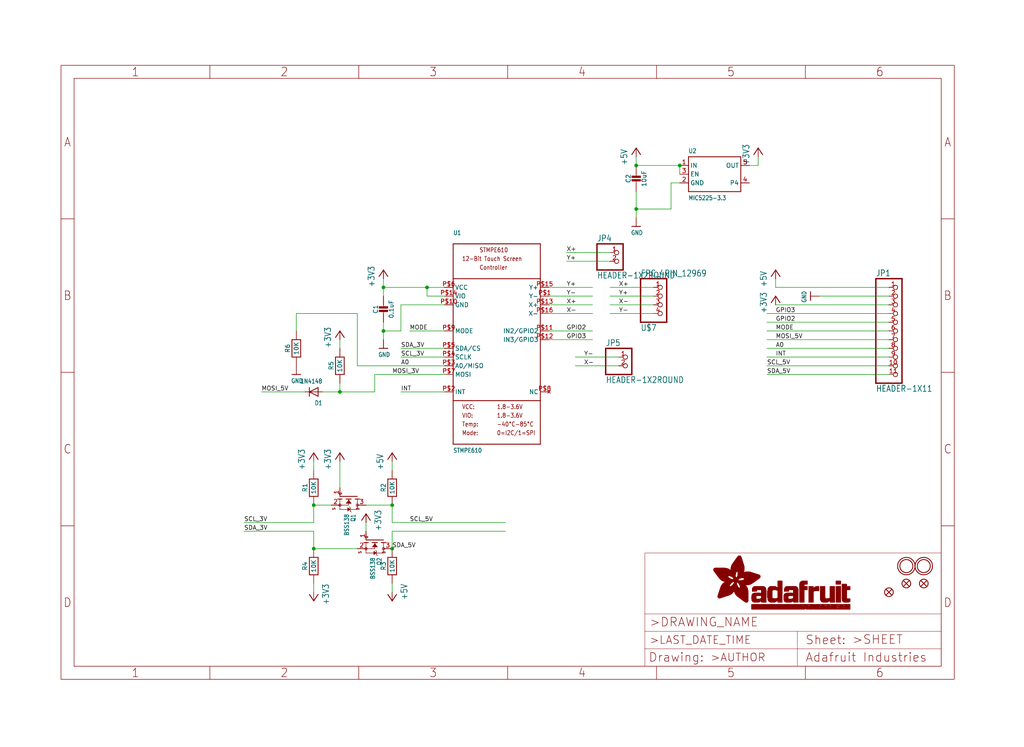
<source format=kicad_sch>
(kicad_sch (version 20211123) (generator eeschema)
  (paper "User" 298.45 217.881)
  (lib_symbols
    (symbol "schematicEagle-eagle-import:+3V3" (power)
      (property "Value" "+3V3" (at -2.54 -5.08 90))
      (symbol "+3V3_1_0"
        (pin power_in line (at 0 -2.54 90) (length 2.54) (name "+3V3") (number "1"))
      )
    )
    (symbol "schematicEagle-eagle-import:+5V" (power)
      (property "Value" "+5V" (at -2.54 -5.08 90))
      (symbol "+5V_1_0"
        (pin power_in line (at 0 -2.54 90) (length 2.54) (name "+5V") (number "1"))
      )
    )
    (symbol "schematicEagle-eagle-import:CAP_CERAMIC0805-NOOUTLINE"
      (property "Reference" "C" (at -2.29 1.25 90))
      (property "Value" "CAP_CERAMIC0805-NOOUTLINE" (at 2.3 1.25 90))
      (symbol "CAP_CERAMIC0805-NOOUTLINE_1_0"
        (pin passive line (at 0 5.08 270) (length 2.54) (name "1") (number "1"))
        (pin passive line (at 0 -2.54 90) (length 2.54) (name "2") (number "2"))
      )
    )
    (symbol "schematicEagle-eagle-import:DIODESOD-323F"
      (property "Reference" "D" (at -2.54 2.54 0))
      (property "Value" "DIODESOD-323F" (at -2.54 -3.81 0))
      (symbol "DIODESOD-323F_1_0"
        (pin passive line (at -2.54 0 0) (length 2.54) (name "A") (number "A"))
        (pin passive line (at 2.54 0 180) (length 2.54) (name "C") (number "C"))
      )
    )
    (symbol "schematicEagle-eagle-import:FIDUCIAL{dblquote}{dblquote}")
    (symbol "schematicEagle-eagle-import:FPC_4PIN_12969"
      (property "Value" "FPC_4PIN_12969" (at -6.35 -7.62 0))
      (symbol "FPC_4PIN_12969_1_0"
        (pin passive inverted (at -2.54 -2.54 0) (length 2.54) (name "4") (number "1"))
        (pin passive inverted (at -2.54 0 0) (length 2.54) (name "3") (number "2"))
        (pin passive inverted (at -2.54 2.54 0) (length 2.54) (name "2") (number "3"))
        (pin passive inverted (at -2.54 5.08 0) (length 2.54) (name "1") (number "4"))
      )
    )
    (symbol "schematicEagle-eagle-import:FRAME_A4_ADAFRUIT"
      (symbol "FRAME_A4_ADAFRUIT_0_0"
        (text "1" (at 21.6958 1.905 0) (effects (font (size 2.54 2.286))))
        (text "1" (at 21.6958 177.165 0) (effects (font (size 2.54 2.286))))
        (text "2" (at 65.0875 1.905 0) (effects (font (size 2.54 2.286))))
        (text "2" (at 65.0875 177.165 0) (effects (font (size 2.54 2.286))))
        (text "3" (at 108.4792 1.905 0) (effects (font (size 2.54 2.286))))
        (text "3" (at 108.4792 177.165 0) (effects (font (size 2.54 2.286))))
        (text "4" (at 151.8708 1.905 0) (effects (font (size 2.54 2.286))))
        (text "4" (at 151.8708 177.165 0) (effects (font (size 2.54 2.286))))
        (text "5" (at 195.2625 1.905 0) (effects (font (size 2.54 2.286))))
        (text "5" (at 195.2625 177.165 0) (effects (font (size 2.54 2.286))))
        (text "6" (at 238.6542 1.905 0) (effects (font (size 2.54 2.286))))
        (text "6" (at 238.6542 177.165 0) (effects (font (size 2.54 2.286))))
        (text "A" (at 1.905 156.6863 0) (effects (font (size 2.54 2.286))))
        (text "A" (at 258.445 156.6863 0) (effects (font (size 2.54 2.286))))
        (text "B" (at 1.905 111.9188 0) (effects (font (size 2.54 2.286))))
        (text "B" (at 258.445 111.9188 0) (effects (font (size 2.54 2.286))))
        (text "C" (at 1.905 67.1513 0) (effects (font (size 2.54 2.286))))
        (text "C" (at 258.445 67.1513 0) (effects (font (size 2.54 2.286))))
        (text "D" (at 1.905 22.3838 0) (effects (font (size 2.54 2.286))))
        (text "D" (at 258.445 22.3838 0) (effects (font (size 2.54 2.286))))
      )
      (symbol "FRAME_A4_ADAFRUIT_1_0"
        (text ">AUTHOR" (at 189.23 5.08 0) (effects (font (size 2.286 2.286)) (justify left bottom)))
        (text ">DRAWING_NAME" (at 171.45 15.24 0) (effects (font (size 2.54 2.54)) (justify left bottom)))
        (text ">LAST_DATE_TIME" (at 171.45 10.16 0) (effects (font (size 2.286 2.286)) (justify left bottom)))
        (text ">SHEET" (at 230.505 10.16 0) (effects (font (size 2.54 2.54)) (justify left bottom)))
        (text "Adafruit Industries" (at 216.916 4.953 0) (effects (font (size 2.54 2.54)) (justify left bottom)))
        (text "Drawing:" (at 171.196 4.953 0) (effects (font (size 2.54 2.54)) (justify left bottom)))
        (text "Sheet:" (at 216.916 10.033 0) (effects (font (size 2.54 2.54)) (justify left bottom)))
      )
    )
    (symbol "schematicEagle-eagle-import:GND" (power)
      (property "Value" "GND" (at -1.524 -2.54 0))
      (symbol "GND_1_0"
        (pin power_in line (at 0 2.54 270) (length 2.54) (name "GND") (number "1"))
      )
    )
    (symbol "schematicEagle-eagle-import:HEADER-1X11"
      (property "Reference" "JP" (at -6.35 15.875 0))
      (property "Value" "HEADER-1X11" (at -6.35 -17.78 0))
      (symbol "HEADER-1X11_1_0"
        (pin passive inverted (at -2.54 12.7 0) (length 2.54) (name "1") (number "1"))
        (pin passive inverted (at -2.54 -10.16 0) (length 2.54) (name "10") (number "10"))
        (pin passive inverted (at -2.54 -12.7 0) (length 2.54) (name "11") (number "11"))
        (pin passive inverted (at -2.54 10.16 0) (length 2.54) (name "2") (number "2"))
        (pin passive inverted (at -2.54 7.62 0) (length 2.54) (name "3") (number "3"))
        (pin passive inverted (at -2.54 5.08 0) (length 2.54) (name "4") (number "4"))
        (pin passive inverted (at -2.54 2.54 0) (length 2.54) (name "5") (number "5"))
        (pin passive inverted (at -2.54 0 0) (length 2.54) (name "6") (number "6"))
        (pin passive inverted (at -2.54 -2.54 0) (length 2.54) (name "7") (number "7"))
        (pin passive inverted (at -2.54 -5.08 0) (length 2.54) (name "8") (number "8"))
        (pin passive inverted (at -2.54 -7.62 0) (length 2.54) (name "9") (number "9"))
      )
    )
    (symbol "schematicEagle-eagle-import:HEADER-1X2ROUND"
      (property "Reference" "JP" (at -6.35 5.715 0))
      (property "Value" "HEADER-1X2ROUND" (at -6.35 -5.08 0))
      (symbol "HEADER-1X2ROUND_1_0"
        (pin passive inverted (at -2.54 2.54 0) (length 2.54) (name "1") (number "1"))
        (pin passive inverted (at -2.54 0 0) (length 2.54) (name "2") (number "2"))
      )
    )
    (symbol "schematicEagle-eagle-import:MOSFET-NREFLOW"
      (property "Reference" "Q" (at 5.08 0.635 0))
      (property "Value" "MOSFET-NREFLOW" (at 5.08 -1.27 0))
      (symbol "MOSFET-NREFLOW_1_0"
        (text "D" (at 3.175 3.175 0) (effects (font (size 0.8128 0.6908)) (justify left bottom)))
        (text "G" (at -1.27 -1.905 0) (effects (font (size 0.8128 0.6908)) (justify left bottom)))
        (text "S" (at 3.175 -3.81 0) (effects (font (size 0.8128 0.6908)) (justify left bottom)))
        (pin bidirectional line (at -2.54 -2.54 0) (length 2.54) (name "G") (number "1"))
        (pin bidirectional line (at 2.54 -5.08 90) (length 2.54) (name "S") (number "2"))
        (pin bidirectional line (at 2.54 5.08 270) (length 2.54) (name "D") (number "3"))
      )
    )
    (symbol "schematicEagle-eagle-import:MOUNTINGHOLE2.5")
    (symbol "schematicEagle-eagle-import:RESISTOR0805_NOOUTLINE"
      (property "Reference" "R" (at 0 2.54 0))
      (property "Value" "RESISTOR0805_NOOUTLINE" (at 0 0 0))
      (symbol "RESISTOR0805_NOOUTLINE_1_0"
        (pin passive line (at -5.08 0 0) (length 2.54) (name "1") (number "1"))
        (pin passive line (at 5.08 0 180) (length 2.54) (name "2") (number "2"))
      )
    )
    (symbol "schematicEagle-eagle-import:STMPE610"
      (property "Reference" "U" (at -12.7 33.02 0))
      (property "Value" "STMPE610" (at -12.7 -30.48 0))
      (symbol "STMPE610_1_0"
        (text "-40°C-85°C" (at 0 -22.86 0) (effects (font (size 1.27 1.0795)) (justify left bottom)))
        (text "0=I2C/1=SPI" (at 0 -25.4 0) (effects (font (size 1.27 1.0795)) (justify left bottom)))
        (text "1.8-3.6V" (at 0 -20.32 0) (effects (font (size 1.27 1.0795)) (justify left bottom)))
        (text "1.8-3.6V" (at 0 -17.78 0) (effects (font (size 1.27 1.0795)) (justify left bottom)))
        (text "12-Bit Touch Screen" (at -10.16 25.4 0) (effects (font (size 1.27 1.0795)) (justify left bottom)))
        (text "Controller" (at -5.08 22.86 0) (effects (font (size 1.27 1.0795)) (justify left bottom)))
        (text "Mode:" (at -10.16 -25.4 0) (effects (font (size 1.27 1.0795)) (justify left bottom)))
        (text "STMPE610" (at -5.08 27.94 0) (effects (font (size 1.27 1.0795)) (justify left bottom)))
        (text "Temp:" (at -10.16 -22.86 0) (effects (font (size 1.27 1.0795)) (justify left bottom)))
        (text "VCC:" (at -10.16 -17.78 0) (effects (font (size 1.27 1.0795)) (justify left bottom)))
        (text "VIO:" (at -10.16 -20.32 0) (effects (font (size 1.27 1.0795)) (justify left bottom)))
        (pin input line (at 15.24 15.24 180) (length 2.54) (name "Y-") (number "P$1"))
        (pin power_in line (at -15.24 12.7 0) (length 2.54) (name "GND") (number "P$10"))
        (pin bidirectional line (at 15.24 5.08 180) (length 2.54) (name "IN2/GPIO2") (number "P$11"))
        (pin bidirectional line (at 15.24 2.54 180) (length 2.54) (name "IN3/GPIO3") (number "P$12"))
        (pin input line (at 15.24 12.7 180) (length 2.54) (name "X+") (number "P$13"))
        (pin power_in line (at -15.24 15.24 0) (length 2.54) (name "VIO") (number "P$14"))
        (pin input line (at 15.24 17.78 180) (length 2.54) (name "Y+") (number "P$15"))
        (pin input line (at 15.24 10.16 180) (length 2.54) (name "X-") (number "P$16"))
        (pin output line (at -15.24 -12.7 0) (length 2.54) (name "INT") (number "P$2"))
        (pin bidirectional line (at -15.24 -5.08 0) (length 2.54) (name "A0/MISO") (number "P$3"))
        (pin bidirectional line (at -15.24 -2.54 0) (length 2.54) (name "SCLK") (number "P$4"))
        (pin bidirectional line (at -15.24 0 0) (length 2.54) (name "SDA/CS") (number "P$5"))
        (pin power_in line (at -15.24 17.78 0) (length 2.54) (name "VCC") (number "P$6"))
        (pin input line (at -15.24 -7.62 0) (length 2.54) (name "MOSI") (number "P$7"))
        (pin no_connect line (at 15.24 -12.7 180) (length 2.54) (name "NC") (number "P$8"))
        (pin input line (at -15.24 5.08 0) (length 2.54) (name "MODE") (number "P$9"))
      )
    )
    (symbol "schematicEagle-eagle-import:VREG_SOT23-5"
      (property "Reference" "U" (at -7.62 6.096 0))
      (property "Value" "VREG_SOT23-5" (at -7.62 -7.62 0))
      (symbol "VREG_SOT23-5_1_0"
        (pin power_in line (at -10.16 2.54 0) (length 2.54) (name "IN") (number "1"))
        (pin power_in line (at -10.16 -2.54 0) (length 2.54) (name "GND") (number "2"))
        (pin input line (at -10.16 0 0) (length 2.54) (name "EN") (number "3"))
        (pin bidirectional line (at 10.16 -2.54 180) (length 2.54) (name "P4") (number "4"))
        (pin power_in line (at 10.16 2.54 180) (length 2.54) (name "OUT") (number "5"))
      )
    )
  )
  (junction (at 185.42 60.96))
  (junction (at 91.44 147.32))
  (junction (at 114.3 160.02))
  (junction (at 185.42 48.26))
  (junction (at 114.3 147.32))
  (junction (at 111.76 96.52))
  (junction (at 124.46 83.82))
  (junction (at 99.06 114.3))
  (junction (at 111.76 83.82))
  (junction (at 91.44 160.02))
  (junction (at 198.12 48.26))
  (wire (pts (xy 129.54 96.52) (xy 119.38 96.52)))
  (wire (pts (xy 111.76 93.98) (xy 111.76 96.52)))
  (wire (pts (xy 99.06 101.6) (xy 99.06 99.06)))
  (wire (pts (xy 124.46 86.36) (xy 124.46 83.82)))
  (wire (pts (xy 160.02 99.06) (xy 172.72 99.06)))
  (wire (pts (xy 165.1 73.66) (xy 177.8 73.66)))
  (wire (pts (xy 160.02 86.36) (xy 172.72 86.36)))
  (wire (pts (xy 226.06 83.82) (xy 259.08 83.82)))
  (wire (pts (xy 195.58 53.34) (xy 195.58 60.96)))
  (wire (pts (xy 86.36 96.52) (xy 86.36 91.44)))
  (wire (pts (xy 99.06 114.3) (xy 99.06 111.76)))
  (wire (pts (xy 190.5 86.36) (xy 177.8 86.36)))
  (wire (pts (xy 91.44 160.02) (xy 91.44 154.94)))
  (wire (pts (xy 109.22 109.22) (xy 109.22 114.3)))
  (wire (pts (xy 185.42 45.72) (xy 185.42 48.26)))
  (wire (pts (xy 185.42 60.96) (xy 185.42 63.5)))
  (wire (pts (xy 111.76 96.52) (xy 111.76 99.06)))
  (wire (pts (xy 114.3 134.62) (xy 114.3 137.16)))
  (wire (pts (xy 129.54 109.22) (xy 109.22 109.22)))
  (wire (pts (xy 226.06 81.28) (xy 226.06 83.82)))
  (wire (pts (xy 160.02 96.52) (xy 172.72 96.52)))
  (wire (pts (xy 106.68 147.32) (xy 114.3 147.32)))
  (wire (pts (xy 198.12 48.26) (xy 185.42 48.26)))
  (wire (pts (xy 91.44 134.62) (xy 91.44 137.16)))
  (wire (pts (xy 129.54 83.82) (xy 124.46 83.82)))
  (wire (pts (xy 91.44 152.4) (xy 91.44 147.32)))
  (wire (pts (xy 129.54 101.6) (xy 116.84 101.6)))
  (wire (pts (xy 167.64 106.68) (xy 180.34 106.68)))
  (wire (pts (xy 198.12 50.8) (xy 198.12 48.26)))
  (wire (pts (xy 160.02 88.9) (xy 172.72 88.9)))
  (wire (pts (xy 99.06 142.24) (xy 99.06 134.62)))
  (wire (pts (xy 223.52 104.14) (xy 259.08 104.14)))
  (wire (pts (xy 91.44 147.32) (xy 96.52 147.32)))
  (wire (pts (xy 116.84 88.9) (xy 116.84 96.52)))
  (wire (pts (xy 190.5 83.82) (xy 177.8 83.82)))
  (wire (pts (xy 160.02 91.44) (xy 172.72 91.44)))
  (wire (pts (xy 104.14 91.44) (xy 104.14 106.68)))
  (wire (pts (xy 195.58 60.96) (xy 185.42 60.96)))
  (wire (pts (xy 167.64 104.14) (xy 180.34 104.14)))
  (wire (pts (xy 223.52 93.98) (xy 259.08 93.98)))
  (wire (pts (xy 223.52 109.22) (xy 259.08 109.22)))
  (wire (pts (xy 114.3 147.32) (xy 114.3 152.4)))
  (wire (pts (xy 226.06 88.9) (xy 259.08 88.9)))
  (wire (pts (xy 177.8 88.9) (xy 190.5 88.9)))
  (wire (pts (xy 109.22 114.3) (xy 99.06 114.3)))
  (wire (pts (xy 104.14 160.02) (xy 91.44 160.02)))
  (wire (pts (xy 129.54 114.3) (xy 116.84 114.3)))
  (wire (pts (xy 223.52 101.6) (xy 259.08 101.6)))
  (wire (pts (xy 223.52 96.52) (xy 259.08 96.52)))
  (wire (pts (xy 116.84 96.52) (xy 111.76 96.52)))
  (wire (pts (xy 223.52 99.06) (xy 259.08 99.06)))
  (wire (pts (xy 111.76 83.82) (xy 111.76 86.36)))
  (wire (pts (xy 91.44 152.4) (xy 71.12 152.4)))
  (wire (pts (xy 223.52 106.68) (xy 259.08 106.68)))
  (wire (pts (xy 129.54 88.9) (xy 116.84 88.9)))
  (wire (pts (xy 220.98 48.26) (xy 220.98 45.72)))
  (wire (pts (xy 93.98 114.3) (xy 99.06 114.3)))
  (wire (pts (xy 114.3 172.72) (xy 114.3 170.18)))
  (wire (pts (xy 218.44 48.26) (xy 220.98 48.26)))
  (wire (pts (xy 106.68 152.4) (xy 106.68 154.94)))
  (wire (pts (xy 91.44 172.72) (xy 91.44 170.18)))
  (wire (pts (xy 160.02 83.82) (xy 172.72 83.82)))
  (wire (pts (xy 114.3 160.02) (xy 114.3 154.94)))
  (wire (pts (xy 129.54 104.14) (xy 116.84 104.14)))
  (wire (pts (xy 111.76 81.28) (xy 111.76 83.82)))
  (wire (pts (xy 223.52 91.44) (xy 259.08 91.44)))
  (wire (pts (xy 114.3 152.4) (xy 147.32 152.4)))
  (wire (pts (xy 147.32 154.94) (xy 114.3 154.94)))
  (wire (pts (xy 129.54 86.36) (xy 124.46 86.36)))
  (wire (pts (xy 71.12 154.94) (xy 91.44 154.94)))
  (wire (pts (xy 198.12 53.34) (xy 195.58 53.34)))
  (wire (pts (xy 104.14 106.68) (xy 129.54 106.68)))
  (wire (pts (xy 165.1 76.2) (xy 177.8 76.2)))
  (wire (pts (xy 185.42 60.96) (xy 185.42 55.88)))
  (wire (pts (xy 238.76 86.36) (xy 259.08 86.36)))
  (wire (pts (xy 86.36 91.44) (xy 104.14 91.44)))
  (wire (pts (xy 124.46 83.82) (xy 111.76 83.82)))
  (wire (pts (xy 88.9 114.3) (xy 76.2 114.3)))
  (wire (pts (xy 190.5 91.44) (xy 177.8 91.44)))
  (label "Y-" (at 165.1 86.36 0) (effects (font (size 1.2446 1.2446))))
  (label "MODE" (at 226.06 96.52 0) (effects (font (size 1.2446 1.2446))))
  (label "X-" (at 180.34 88.9 0) (effects (font (size 1.2446 1.2446))))
  (label "X+" (at 180.34 83.82 0) (effects (font (size 1.2446 1.2446))))
  (label "Y-" (at 180.34 91.44 0) (effects (font (size 1.2446 1.2446))))
  (label "GPIO2" (at 226.06 93.98 0) (effects (font (size 1.2446 1.2446))))
  (label "SCL_5V" (at 119.38 152.4 0) (effects (font (size 1.2446 1.2446))))
  (label "SCL_3V" (at 116.84 104.14 0) (effects (font (size 1.2446 1.2446))))
  (label "MOSI_5V" (at 226.06 99.06 0) (effects (font (size 1.2446 1.2446))))
  (label "GPIO2" (at 165.1 96.52 0) (effects (font (size 1.2446 1.2446))))
  (label "X-" (at 165.1 91.44 0) (effects (font (size 1.2446 1.2446))))
  (label "GPIO3" (at 165.1 99.06 0) (effects (font (size 1.2446 1.2446))))
  (label "SDA_5V" (at 223.52 109.22 0) (effects (font (size 1.2446 1.2446))))
  (label "INT" (at 226.06 104.14 0) (effects (font (size 1.2446 1.2446))))
  (label "X+" (at 165.1 73.66 0) (effects (font (size 1.2446 1.2446))))
  (label "A0" (at 116.84 106.68 0) (effects (font (size 1.2446 1.2446))))
  (label "SCL_3V" (at 71.12 152.4 0) (effects (font (size 1.2446 1.2446))))
  (label "A0" (at 226.06 101.6 0) (effects (font (size 1.2446 1.2446))))
  (label "X+" (at 165.1 88.9 0) (effects (font (size 1.2446 1.2446))))
  (label "Y+" (at 165.1 83.82 0) (effects (font (size 1.2446 1.2446))))
  (label "Y-" (at 170.18 104.14 0) (effects (font (size 1.2446 1.2446))))
  (label "SDA_3V" (at 116.84 101.6 0) (effects (font (size 1.2446 1.2446))))
  (label "SDA_3V" (at 71.12 154.94 0) (effects (font (size 1.2446 1.2446))))
  (label "SDA_5V" (at 114.3 160.02 0) (effects (font (size 1.2446 1.2446))))
  (label "SCL_5V" (at 223.52 106.68 0) (effects (font (size 1.2446 1.2446))))
  (label "Y+" (at 165.1 76.2 0) (effects (font (size 1.2446 1.2446))))
  (label "MOSI_3V" (at 114.3 109.22 0) (effects (font (size 1.2446 1.2446))))
  (label "X-" (at 170.18 106.68 0) (effects (font (size 1.2446 1.2446))))
  (label "Y+" (at 180.34 86.36 0) (effects (font (size 1.2446 1.2446))))
  (label "GPIO3" (at 226.06 91.44 0) (effects (font (size 1.2446 1.2446))))
  (label "INT" (at 116.84 114.3 0) (effects (font (size 1.2446 1.2446))))
  (label "MODE" (at 119.38 96.52 0) (effects (font (size 1.2446 1.2446))))
  (label "MOSI_5V" (at 76.2 114.3 0) (effects (font (size 1.2446 1.2446))))
  (symbol (lib_id "schematicEagle-eagle-import:+3V3") (at 111.76 78.74 0) (unit 1)
    (property "Reference" "#+3V1" (effects hide))
    (property "Value" "+3V3" (at 109.22 83.82 90) (effects (font (size 1.778 1.5113)) (justify left bottom)))
    (property "Footprint" "schematicEagle:" (effects hide))
  )
  (symbol (lib_id "schematicEagle-eagle-import:+3V3") (at 220.98 43.18 0) (unit 1)
    (property "Reference" "#+3V6" (effects hide))
    (property "Value" "+3V3" (at 218.44 48.26 90) (effects (font (size 1.778 1.5113)) (justify left bottom)))
    (property "Footprint" "schematicEagle:" (effects hide))
  )
  (symbol (lib_id "schematicEagle-eagle-import:GND") (at 236.22 86.36 270) (unit 1)
    (property "Reference" "#U$11" (effects hide))
    (property "Value" "GND" (at 233.68 84.836 0) (effects (font (size 1.27 1.0795)) (justify left bottom)))
    (property "Footprint" "schematicEagle:" (effects hide))
  )
  (symbol (lib_id "schematicEagle-eagle-import:GND") (at 86.36 109.22 0) (unit 1)
    (property "Reference" "#U$9" (effects hide))
    (property "Value" "GND" (at 84.836 111.76 0) (effects (font (size 1.27 1.0795)) (justify left bottom)))
    (property "Footprint" "schematicEagle:" (effects hide))
  )
  (symbol (lib_id "schematicEagle-eagle-import:MOSFET-NREFLOW") (at 101.6 144.78 270) (unit 1)
    (property "Reference" "Q1" (at 102.235 149.86 0) (effects (font (size 1.27 1.0795)) (justify left bottom)))
    (property "Value" "BSS138" (at 100.33 149.86 0) (effects (font (size 1.27 1.0795)) (justify left bottom)))
    (property "Footprint" "schematicEagle:SOT23" (effects hide))
  )
  (symbol (lib_id "schematicEagle-eagle-import:FPC_4PIN_12969") (at 193.04 86.36 0) (mirror x) (unit 1)
    (property "Reference" "U$7" (at 186.69 94.615 0) (effects (font (size 1.778 1.5113)) (justify left bottom)))
    (property "Value" "FPC_4PIN_12969" (at 186.69 78.74 0) (effects (font (size 1.778 1.5113)) (justify left bottom)))
    (property "Footprint" "schematicEagle:FPC_CONN_1MM_DUAL_4P" (effects hide))
  )
  (symbol (lib_id "schematicEagle-eagle-import:MOUNTINGHOLE2.5") (at 264.16 165.1 0) (unit 1)
    (property "Reference" "U$5" (effects hide))
    (property "Value" "MOUNTINGHOLE2.5" (effects hide))
    (property "Footprint" "schematicEagle:MOUNTINGHOLE_2.5_PLATED" (effects hide))
  )
  (symbol (lib_id "schematicEagle-eagle-import:MOUNTINGHOLE2.5") (at 269.24 165.1 0) (unit 1)
    (property "Reference" "U$4" (effects hide))
    (property "Value" "MOUNTINGHOLE2.5" (effects hide))
    (property "Footprint" "schematicEagle:MOUNTINGHOLE_2.5_PLATED" (effects hide))
  )
  (symbol (lib_id "schematicEagle-eagle-import:GND") (at 185.42 66.04 0) (unit 1)
    (property "Reference" "#U$13" (effects hide))
    (property "Value" "GND" (at 183.896 68.58 0) (effects (font (size 1.27 1.0795)) (justify left bottom)))
    (property "Footprint" "schematicEagle:" (effects hide))
  )
  (symbol (lib_id "schematicEagle-eagle-import:+3V3") (at 226.06 86.36 0) (unit 1)
    (property "Reference" "#+3V8" (effects hide))
    (property "Value" "+3V3" (at 223.52 91.44 90) (effects (font (size 1.778 1.5113)) (justify left bottom)))
    (property "Footprint" "schematicEagle:" (effects hide))
  )
  (symbol (lib_id "schematicEagle-eagle-import:FRAME_A4_ADAFRUIT") (at 17.78 198.12 0) (unit 1)
    (property "Reference" "#U$1" (effects hide))
    (property "Value" "FRAME_A4_ADAFRUIT" (effects hide))
    (property "Footprint" "schematicEagle:" (effects hide))
  )
  (symbol (lib_id "schematicEagle-eagle-import:+3V3") (at 91.44 175.26 180) (unit 1)
    (property "Reference" "#+3V5" (effects hide))
    (property "Value" "+3V3" (at 93.98 170.18 90) (effects (font (size 1.778 1.5113)) (justify left bottom)))
    (property "Footprint" "schematicEagle:" (effects hide))
  )
  (symbol (lib_id "schematicEagle-eagle-import:+3V3") (at 106.68 149.86 0) (mirror y) (unit 1)
    (property "Reference" "#+3V3" (effects hide))
    (property "Value" "+3V3" (at 109.22 154.94 90) (effects (font (size 1.778 1.5113)) (justify left bottom)))
    (property "Footprint" "schematicEagle:" (effects hide))
  )
  (symbol (lib_id "schematicEagle-eagle-import:HEADER-1X11") (at 261.62 96.52 0) (unit 1)
    (property "Reference" "JP1" (at 255.27 80.645 0) (effects (font (size 1.778 1.5113)) (justify left bottom)))
    (property "Value" "HEADER-1X11" (at 255.27 114.3 0) (effects (font (size 1.778 1.5113)) (justify left bottom)))
    (property "Footprint" "schematicEagle:1X11_ROUND" (effects hide))
  )
  (symbol (lib_id "schematicEagle-eagle-import:RESISTOR0805_NOOUTLINE") (at 114.3 165.1 90) (unit 1)
    (property "Reference" "R3" (at 111.76 165.1 0))
    (property "Value" "10K" (at 114.3 165.1 0))
    (property "Footprint" "schematicEagle:0805-NO" (effects hide))
  )
  (symbol (lib_id "schematicEagle-eagle-import:GND") (at 111.76 101.6 0) (unit 1)
    (property "Reference" "#U$3" (effects hide))
    (property "Value" "GND" (at 110.236 104.14 0) (effects (font (size 1.27 1.0795)) (justify left bottom)))
    (property "Footprint" "schematicEagle:" (effects hide))
  )
  (symbol (lib_id "schematicEagle-eagle-import:+3V3") (at 91.44 132.08 0) (unit 1)
    (property "Reference" "#+3V4" (effects hide))
    (property "Value" "+3V3" (at 88.9 137.16 90) (effects (font (size 1.778 1.5113)) (justify left bottom)))
    (property "Footprint" "schematicEagle:" (effects hide))
  )
  (symbol (lib_id "schematicEagle-eagle-import:HEADER-1X2ROUND") (at 180.34 76.2 0) (unit 1)
    (property "Reference" "JP4" (at 173.99 70.485 0) (effects (font (size 1.778 1.5113)) (justify left bottom)))
    (property "Value" "HEADER-1X2ROUND" (at 173.99 81.28 0) (effects (font (size 1.778 1.5113)) (justify left bottom)))
    (property "Footprint" "schematicEagle:1X02_ROUND" (effects hide))
  )
  (symbol (lib_id "schematicEagle-eagle-import:DIODESOD-323F") (at 91.44 114.3 180) (unit 1)
    (property "Reference" "D1" (at 93.98 116.84 0) (effects (font (size 1.27 1.0795)) (justify left bottom)))
    (property "Value" "1N4148" (at 93.98 110.49 0) (effects (font (size 1.27 1.0795)) (justify left bottom)))
    (property "Footprint" "schematicEagle:SOD-323F" (effects hide))
  )
  (symbol (lib_id "schematicEagle-eagle-import:CAP_CERAMIC0805-NOOUTLINE") (at 111.76 91.44 0) (unit 1)
    (property "Reference" "C1" (at 109.47 90.19 90))
    (property "Value" "0.1uF" (at 114.06 90.19 90))
    (property "Footprint" "schematicEagle:0805-NO" (effects hide))
  )
  (symbol (lib_id "schematicEagle-eagle-import:STMPE610") (at 144.78 101.6 0) (unit 1)
    (property "Reference" "U1" (at 132.08 68.58 0) (effects (font (size 1.27 1.0795)) (justify left bottom)))
    (property "Value" "STMPE610" (at 132.08 132.08 0) (effects (font (size 1.27 1.0795)) (justify left bottom)))
    (property "Footprint" "schematicEagle:QFN16_3MM" (effects hide))
  )
  (symbol (lib_id "schematicEagle-eagle-import:+5V") (at 114.3 132.08 0) (unit 1)
    (property "Reference" "#P+3" (effects hide))
    (property "Value" "+5V" (at 111.76 137.16 90) (effects (font (size 1.778 1.5113)) (justify left bottom)))
    (property "Footprint" "schematicEagle:" (effects hide))
  )
  (symbol (lib_id "schematicEagle-eagle-import:+5V") (at 114.3 175.26 180) (unit 1)
    (property "Reference" "#P+4" (effects hide))
    (property "Value" "+5V" (at 116.84 170.18 90) (effects (font (size 1.778 1.5113)) (justify left bottom)))
    (property "Footprint" "schematicEagle:" (effects hide))
  )
  (symbol (lib_id "schematicEagle-eagle-import:FIDUCIAL{dblquote}{dblquote}") (at 269.24 170.18 0) (unit 1)
    (property "Reference" "FID1" (effects hide))
    (property "Value" "FIDUCIAL{dblquote}{dblquote}" (effects hide))
    (property "Footprint" "schematicEagle:FIDUCIAL_1MM" (effects hide))
  )
  (symbol (lib_id "schematicEagle-eagle-import:VREG_SOT23-5") (at 208.28 50.8 0) (unit 1)
    (property "Reference" "U2" (at 200.66 44.704 0) (effects (font (size 1.27 1.0795)) (justify left bottom)))
    (property "Value" "MIC5225-3.3" (at 200.66 58.42 0) (effects (font (size 1.27 1.0795)) (justify left bottom)))
    (property "Footprint" "schematicEagle:SOT23-5" (effects hide))
  )
  (symbol (lib_id "schematicEagle-eagle-import:RESISTOR0805_NOOUTLINE") (at 99.06 106.68 90) (unit 1)
    (property "Reference" "R5" (at 96.52 106.68 0))
    (property "Value" "10K" (at 99.06 106.68 0))
    (property "Footprint" "schematicEagle:0805-NO" (effects hide))
  )
  (symbol (lib_id "schematicEagle-eagle-import:RESISTOR0805_NOOUTLINE") (at 86.36 101.6 90) (unit 1)
    (property "Reference" "R6" (at 83.82 101.6 0))
    (property "Value" "10K" (at 86.36 101.6 0))
    (property "Footprint" "schematicEagle:0805-NO" (effects hide))
  )
  (symbol (lib_id "schematicEagle-eagle-import:RESISTOR0805_NOOUTLINE") (at 91.44 142.24 90) (unit 1)
    (property "Reference" "R1" (at 88.9 142.24 0))
    (property "Value" "10K" (at 91.44 142.24 0))
    (property "Footprint" "schematicEagle:0805-NO" (effects hide))
  )
  (symbol (lib_id "schematicEagle-eagle-import:RESISTOR0805_NOOUTLINE") (at 91.44 165.1 90) (unit 1)
    (property "Reference" "R4" (at 88.9 165.1 0))
    (property "Value" "10K" (at 91.44 165.1 0))
    (property "Footprint" "schematicEagle:0805-NO" (effects hide))
  )
  (symbol (lib_id "schematicEagle-eagle-import:CAP_CERAMIC0805-NOOUTLINE") (at 185.42 53.34 0) (unit 1)
    (property "Reference" "C2" (at 183.13 52.09 90))
    (property "Value" "10uF" (at 187.72 52.09 90))
    (property "Footprint" "schematicEagle:0805-NO" (effects hide))
  )
  (symbol (lib_id "schematicEagle-eagle-import:+5V") (at 185.42 43.18 0) (unit 1)
    (property "Reference" "#P+5" (effects hide))
    (property "Value" "+5V" (at 182.88 48.26 90) (effects (font (size 1.778 1.5113)) (justify left bottom)))
    (property "Footprint" "schematicEagle:" (effects hide))
  )
  (symbol (lib_id "schematicEagle-eagle-import:FIDUCIAL{dblquote}{dblquote}") (at 259.08 172.72 0) (unit 1)
    (property "Reference" "FID3" (effects hide))
    (property "Value" "FIDUCIAL{dblquote}{dblquote}" (effects hide))
    (property "Footprint" "schematicEagle:FIDUCIAL_1MM" (effects hide))
    (property "Value" "FIDUCIAL{dblquote}{dblquote}" (effects hide))
  )
  (symbol (lib_id "schematicEagle-eagle-import:RESISTOR0805_NOOUTLINE") (at 114.3 142.24 90) (unit 1)
    (property "Reference" "R2" (at 111.76 142.24 0))
    (property "Value" "10K" (at 114.3 142.24 0))
    (property "Footprint" "schematicEagle:0805-NO" (effects hide))
  )
  (symbol (lib_id "schematicEagle-eagle-import:FIDUCIAL{dblquote}{dblquote}") (at 264.16 170.18 0) (unit 1)
    (property "Reference" "FID2" (effects hide))
    (property "Value" "FIDUCIAL{dblquote}{dblquote}" (effects hide))
    (property "Footprint" "schematicEagle:FIDUCIAL_1MM" (effects hide))
  )
  (symbol (lib_id "schematicEagle-eagle-import:+5V") (at 226.06 78.74 0) (unit 1)
    (property "Reference" "#P+2" (effects hide))
    (property "Value" "+5V" (at 223.52 83.82 90) (effects (font (size 1.778 1.5113)) (justify left bottom)))
    (property "Footprint" "schematicEagle:" (effects hide))
  )
  (symbol (lib_id "schematicEagle-eagle-import:+3V3") (at 99.06 132.08 0) (unit 1)
    (property "Reference" "#+3V2" (effects hide))
    (property "Value" "+3V3" (at 96.52 137.16 90) (effects (font (size 1.778 1.5113)) (justify left bottom)))
    (property "Footprint" "schematicEagle:" (effects hide))
  )
  (symbol (lib_id "schematicEagle-eagle-import:HEADER-1X2ROUND") (at 182.88 106.68 0) (unit 1)
    (property "Reference" "JP5" (at 176.53 100.965 0) (effects (font (size 1.778 1.5113)) (justify left bottom)))
    (property "Value" "HEADER-1X2ROUND" (at 176.53 111.76 0) (effects (font (size 1.778 1.5113)) (justify left bottom)))
    (property "Footprint" "schematicEagle:1X02_ROUND" (effects hide))
  )
  (symbol (lib_id "schematicEagle-eagle-import:MOSFET-NREFLOW") (at 109.22 157.48 270) (unit 1)
    (property "Reference" "Q2" (at 109.855 162.56 0) (effects (font (size 1.27 1.0795)) (justify left bottom)))
    (property "Value" "BSS138" (at 107.95 162.56 0) (effects (font (size 1.27 1.0795)) (justify left bottom)))
    (property "Footprint" "schematicEagle:SOT23" (effects hide))
  )
  (symbol (lib_id "schematicEagle-eagle-import:+3V3") (at 99.06 96.52 0) (unit 1)
    (property "Reference" "#+3V7" (effects hide))
    (property "Value" "+3V3" (at 96.52 101.6 90) (effects (font (size 1.778 1.5113)) (justify left bottom)))
    (property "Footprint" "schematicEagle:" (effects hide))
  )
)
</source>
